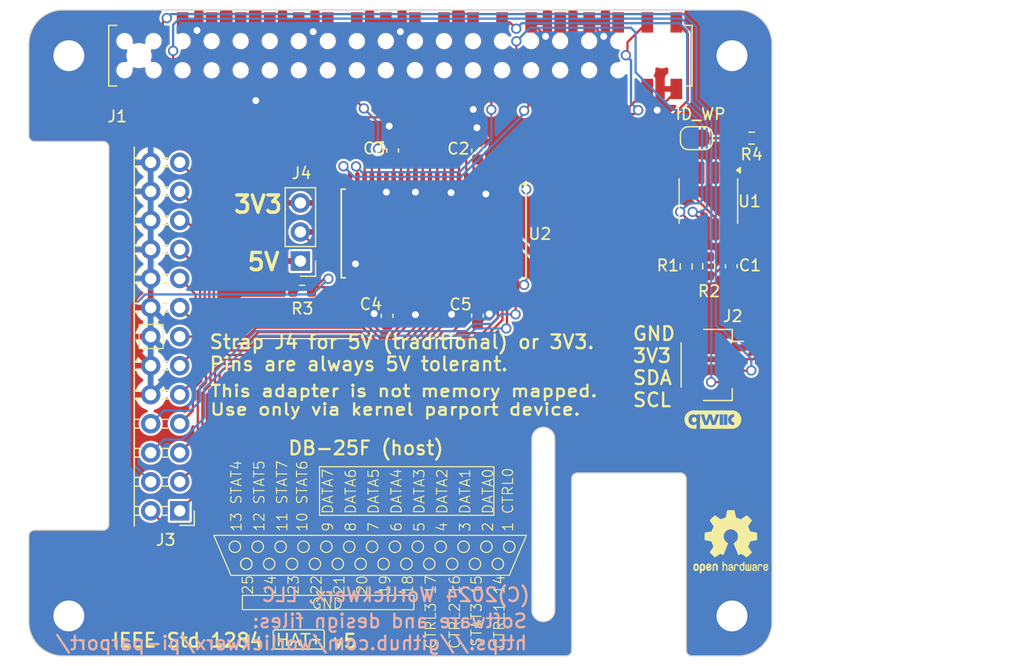
<source format=kicad_pcb>
(kicad_pcb (version 20240108) (generator "pcbnew") (generator_version "8.0")
  (title_block (title "IEEE Std. 1284 HAT+") (date "2024-08-25") (rev "v5") (company "WorlickWerx") (comment 1 "CERN-OHL-1.2"))
  (layers (0 "F.Cu" signal) (31 "B.Cu" signal) (34 "B.Paste" user) (35 "F.Paste" user) (36 "B.SilkS" user "B.Silkscreen") (37 "F.SilkS" user "F.Silkscreen") (38 "B.Mask" user) (39 "F.Mask" user) (44 "Edge.Cuts" user))
  (net 0 "")
  (net 1 "GND")
  (net 2 "/GPIO7")
  (net 3 "/GPIO10")
  (net 4 "/GPIO27")
  (net 5 "/GPIO22")
  (net 6 "/GPIO23")
  (net 7 "/GPIO24")
  (net 8 "/GPIO19")
  (net 9 "/GPIO18")
  (net 10 "/GPIO25")
  (net 11 "/GPIO13")
  (net 12 "/GPIO15{slash}RXD0")
  (net 13 "/GPIO11")
  (net 14 "/ID_SDA")
  (net 15 "/ID_SCL")
  (net 16 "/GPIO5")
  (net 17 "/GPIO6")
  (net 18 "/GPIO9")
  (net 19 "/GPIO21")
  (net 20 "/GPIO17{slash}RTS0")
  (net 21 "/GPIO3{slash}SCL")
  (net 22 "/GPIO26")
  (net 23 "/GPIO4")
  (net 24 "/GPIO8")
  (net 25 "+3V3")
  (net 26 "/GPIO2{slash}SDA")
  (net 27 "/GPIO20")
  (net 28 "/GPIO12{slash}PWM0")
  (net 29 "+5V")
  (net 30 "/GPIO16{slash}CTS0")
  (net 31 "/GPIO14{slash}TXD0")
  (net 32 "/DATA6")
  (net 33 "/DATA4")
  (net 34 "/CONTROL3")
  (net 35 "/STATUS5")
  (net 36 "/DATA1")
  (net 37 "/STATUS3")
  (net 38 "/STATUS6")
  (net 39 "/DATA2")
  (net 40 "/CONTROL1")
  (net 41 "/STATUS4")
  (net 42 "/DATA0")
  (net 43 "/CONTROL0")
  (net 44 "/STATUS7")
  (net 45 "/CONTROL2")
  (net 46 "/DATA7")
  (net 47 "/DATA3")
  (net 48 "/DATA5")
  (net 49 "Net-(JP1-A)")
  (net 53 "Net-(J4-Pin_2)")
  (net 56 "Net-(JP1-B)")
  (footprint "lib:Harwin_M20-7812045_2x20_P2.54mm_Vertical" (layer "F.Cu") (at 132.5 47.5 90)
    (property "Reference" "J1")
    (property "Value" "GPIO")
  )
  (footprint "Package_SO:SOIC-8_3.9x4.9mm_P1.27mm" (layer "F.Cu") (at 159.435 60.215 -90)
    (property "Reference" "U1")
    (property "Value" "CAT24C256" (hide yes))
  )
  (footprint "MountingHole:MountingHole_2.7mm_M2.5" (layer "F.Cu") (at 161.5 47.5)
    (property "Reference" "MH2" (hide yes))
    (property "Value" "MountingHole_2.7mm_M2.5" (hide yes))
  )
  (footprint "Resistor_SMD:R_0603_1608Metric" (layer "F.Cu") (at 163.215 54.71 180)
    (property "Reference" "R4")
    (property "Value" "1k")
  )
  (footprint "lib:DB25_header_2x13_P2.54mm_horizontal" (layer "F.Cu") (at 113.2 87.31 180)
    (property "Reference" "J3")
    (property "Value" "DB25 header")
  )
  (footprint "lib:parport_pinout" (layer "F.Cu") (at 116.177586 89.45)
    (property "Reference" "REF**" (hide yes))
    (property "Value" "parport_pinout" (hide yes))
  )
  (footprint "Connector_PinHeader_2.54mm:PinHeader_1x03_P2.54mm_Vertical" (layer "F.Cu") (at 123.75 65.46 180)
    (property "Reference" "J4")
    (property "Value" "V select" (hide yes))
  )
  (footprint "lib:qwiic_5mm" (layer "F.Cu") (at 159.83 79.32)
    (property "Reference" "G***" (hide yes))
    (property "Value" "LOGO" (hide yes))
  )
  (footprint "MountingHole:MountingHole_2.7mm_M2.5" (layer "F.Cu") (at 103.5 96.5)
    (property "Reference" "MH3" (hide yes))
    (property "Value" "MountingHole_2.7mm_M2.5" (hide yes))
  )
  (footprint "Capacitor_SMD:C_0603_1608Metric" (layer "F.Cu") (at 139.25 55.805 90)
    (property "Reference" "C2")
    (property "Value" "100n")
  )
  (footprint "MountingHole:MountingHole_2.7mm_M2.5" (layer "F.Cu") (at 103.5 47.5)
    (property "Reference" "MH1" (hide yes))
    (property "Value" "MountingHole_2.7mm_M2.5" (hide yes))
  )
  (footprint "Resistor_SMD:R_0603_1608Metric" (layer "F.Cu") (at 157.49 65.94 90)
    (property "Reference" "R1")
    (property "Value" "3.9k")
  )
  (footprint "Package_SO:SSOP-48_7.5x15.9mm_P0.635mm" (layer "F.Cu") (at 135.4025 63.05 -90)
    (property "Reference" "U2")
    (property "Value" "SN74LVC161284DLR")
  )
  (footprint "Capacitor_SMD:C_0603_1608Metric" (layer "F.Cu") (at 161.44 65.915 -90)
    (property "Reference" "C1")
    (property "Value" "100n")
  )
  (footprint "Symbol:OSHW-Logo2_7.3x6mm_SilkScreen" (layer "F.Cu") (at 161.4 90.01)
    (property "Reference" "REF**" (hide yes))
    (property "Value" "OSHW-Logo2_7.3x6mm_SilkScreen" (hide yes))
  )
  (footprint "MountingHole:MountingHole_2.7mm_M2.5" (layer "F.Cu") (at 161.5 96.5)
    (property "Reference" "MH4" (hide yes))
    (property "Value" "MountingHole_2.7mm_M2.5" (hide yes))
  )
  (footprint "Capacitor_SMD:C_0603_1608Metric" (layer "F.Cu") (at 139.24 70.235 -90)
    (property "Reference" "C5")
    (property "Value" "100n")
  )
  (footprint "Connector_JST:JST_SH_SM04B-SRSS-TB_1x04-1MP_P1.00mm_Horizontal" (layer "F.Cu") (at 159.735 74.55 -90)
    (property "Reference" "J2")
    (property "Value" "Qwiic" (hide yes))
  )
  (footprint "lib:HAT_plus_logo" (layer "F.Cu") (at 123.61 98.55)
    (property "Reference" "G***" (hide yes))
    (property "Value" "LOGO" (hide yes))
  )
  (footprint "Resistor_SMD:R_0603_1608Metric" (layer "F.Cu") (at 123.9 68.11)
    (property "Reference" "R3")
    (property "Value" "1.4k")
  )
  (footprint "Jumper:SolderJumper-2_P1.3mm_Open_RoundedPad1.0x1.5mm" (layer "F.Cu") (at 158.39 54.715)
    (property "Reference" "JP1" (hide yes))
    (property "Value" "ID_WP")
  )
  (footprint "Capacitor_SMD:C_0603_1608Metric" (layer "F.Cu") (at 131.82 55.79 90)
    (property "Reference" "C3")
    (property "Value" "100n")
  )
  (footprint "Resistor_SMD:R_0603_1608Metric" (layer "F.Cu") (at 159.465 65.915 90)
    (property "Reference" "R2")
    (property "Value" "3.9k" (hide yes))
  )
  (footprint "Capacitor_SMD:C_0603_1608Metric" (layer "F.Cu") (at 131.34 70.25 -90)
    (property "Reference" "C4")
    (property "Value" "100n")
  )
  (gr_line (start 162 43.5) (end 103 43.5) (stroke (width 0.1)) (layer "Edge.Cuts"))
  (gr_arc (start 158 100) (mid 157.646447 99.853553) (end 157.5 99.5) (stroke (width 0.1)) (layer "Edge.Cuts"))
  (gr_line (start 165 47) (end 165 46.5) (stroke (width 0.1)) (layer "Edge.Cuts"))
  (gr_arc (start 100.5 55) (mid 100.146447 54.853553) (end 100 54.5) (stroke (width 0.1)) (layer "Edge.Cuts"))
  (gr_arc (start 156.996447 84) (mid 157.349999 84.146447) (end 157.496447 84.5) (stroke (width 0.1)) (layer "Edge.Cuts"))
  (gr_line (start 165 97) (end 165 47) (stroke (width 0.1)) (layer "Edge.Cuts"))
  (gr_line (start 100 47) (end 100 54.5) (stroke (width 0.1)) (layer "Edge.Cuts"))
  (gr_arc (start 100 46.5) (mid 100.87868 44.37868) (end 103 43.5) (stroke (width 0.1)) (layer "Edge.Cuts"))
  (gr_line (start 100 47) (end 100 46.5) (stroke (width 0.1)) (layer "Edge.Cuts"))
  (gr_line (start 147.48 99.5) (end 147.48 84.5) (stroke (width 0.1)) (layer "Edge.Cuts"))
  (gr_arc (start 162 43.5) (mid 164.12132 44.37868) (end 165 46.5) (stroke (width 0.1)) (layer "Edge.Cuts"))
  (gr_line (start 147.979999 84) (end 156.996447 84) (stroke (width 0.1)) (layer "Edge.Cuts"))
  (gr_line (start 146 81) (end 146 96) (stroke (width 0.1)) (layer "Edge.Cuts"))
  (gr_line (start 144 96) (end 144 81) (stroke (width 0.1)) (layer "Edge.Cuts"))
  (gr_arc (start 147.48 99.5) (mid 147.334288 99.853249) (end 146.98147 100) (stroke (width 0.1)) (layer "Edge.Cuts"))
  (gr_arc (start 103 100) (mid 100.87868 99.12132) (end 100 97) (stroke (width 0.1)) (layer "Edge.Cuts"))
  (gr_line (start 106.5 89) (end 100.5 89) (stroke (width 0.1)) (layer "Edge.Cuts"))
  (gr_arc (start 147.479999 84.5) (mid 147.626446 84.146447) (end 147.979999 84) (stroke (width 0.1)) (layer "Edge.Cuts"))
  (gr_arc (start 144 81) (mid 145 80) (end 146 81) (stroke (width 0.1)) (layer "Edge.Cuts"))
  (gr_arc (start 100 89.5) (mid 100.146138 89.146755) (end 100.499127 89) (stroke (width 0.1)) (layer "Edge.Cuts"))
  (gr_line (start 146.98 100) (end 103 100) (stroke (width 0.1)) (layer "Edge.Cuts"))
  (gr_arc (start 165 97) (mid 164.12132 99.12132) (end 162 100) (stroke (width 0.1)) (layer "Edge.Cuts"))
  (gr_line (start 107 55.5) (end 107 88.5) (stroke (width 0.1)) (layer "Edge.Cuts"))
  (gr_arc (start 146 96) (mid 145 97) (end 144 96) (stroke (width 0.1)) (layer "Edge.Cuts"))
  (gr_line (start 158 100) (end 162 100) (stroke (width 0.1)) (layer "Edge.Cuts"))
  (gr_line (start 157.5 99.5) (end 157.5 84.5) (stroke (width 0.1)) (layer "Edge.Cuts"))
  (gr_line (start 100 89.5) (end 100 97) (stroke (width 0.1)) (layer "Edge.Cuts"))
  (gr_line (start 100.5 55) (end 106.5 55) (stroke (width 0.1)) (layer "Edge.Cuts"))
  (gr_arc (start 107 88.5) (mid 106.853553 88.853553) (end 106.5 89) (stroke (width 0.1)) (layer "Edge.Cuts"))
  (gr_arc (start 106.5 55) (mid 106.853553 55.146447) (end 107 55.5) (stroke (width 0.1)) (layer "Edge.Cuts"))
  (gr_text "Software and design files:\nhttps://github.com/worlickwerx/pi-parport/" (at 143.7 99.58 0) (layer "B.SilkS") (effects (font (size 1.2 1.2) (thickness 0.2) (bold yes)) (justify left bottom mirror)))
  (gr_text "(C)2024 WorlickWerx, LLC" (at 143.94 95.36 0) (layer "B.SilkS") (effects (font (size 1.2 1.2) (thickness 0.2) (bold yes)) (justify left bottom mirror)))
  (gr_text "v5" (at 126.48 99.42 0) (layer "F.SilkS") (effects (font (size 1.2 1.2) (thickness 0.2) (bold yes)) (justify left bottom)))
  (gr_text "IEEE Std 1284" (at 107.18 99.34 0) (layer "F.SilkS") (effects (font (size 1.2 1.2) (thickness 0.2) (bold yes)) (justify left bottom)))
  (gr_text "This adapter is not memory mapped.\nUse only via kernel parport device." (at 115.75 79.03 0) (layer "F.SilkS") (effects (font (size 1 1.2) (thickness 0.2) (bold yes)) (justify left bottom)))
  (gr_text "GND\n3V3\nSDA\nSCL" (at 152.72 78.31 0) (layer "F.SilkS") (effects (font (size 1.2 1.2) (thickness 0.2) (bold yes)) (justify left bottom)))
  (gr_text "Strap J4 for 5V (traditional) or 3V3.\nPins are always 5V tolerant." (at 115.7 75.17 0) (layer "F.SilkS") (effects (font (size 1.2 1.2) (thickness 0.2) (bold yes)) (justify left bottom)))
  (gr_text "5V" (at 118.98 66.41 0) (layer "F.SilkS") (effects (font (size 1.5 1.5) (thickness 0.3) (bold yes)) (justify left bottom)))
  (gr_text "3V3" (at 117.78 61.38 0) (layer "F.SilkS") (effects (font (size 1.5 1.5) (thickness 0.3) (bold yes)) (justify left bottom)))
  (gr_text "DB-25F (host)" (at 122.58 82.52 0) (layer "F.SilkS") (effects (font (size 1.2 1.2) (thickness 0.2) (bold yes)) (justify left bottom)))
  (segment (start 139.25 53.86) (end 139.19 53.8) (width 0.2) (layer "F.Cu") (net 1))
  (segment (start 136.99 70.11) (end 136.98 70.12) (width 0.2) (layer "F.Cu") (net 1))
  (segment (start 139.24 71.01) (end 139.346062 71.01) (width 0.2) (layer "F.Cu") (net 1))
  (segment (start 118.83 50.41) (end 119.85 51.43) (width 0.2) (layer "F.Cu") (net 1))
  (segment (start 133.815 59.432958) (end 133.814694 59.433264) (width 0.2) (layer "F.Cu") (net 1))
  (segment (start 139.06 50.43) (end 138.85 50.22) (width 0.2) (layer "F.Cu") (net 1))
  (segment (start 149.06 44.59) (end 150.28 45.81) (width 0.2) (layer "F.Cu") (net 1))
  (segment (start 139.53 58.35) (end 139.53 59.160002) (width 0.2) (layer "F.Cu") (net 1))
  (segment (start 123.61 44.76) (end 123.61 44.59) (width 0.2) (layer "F.Cu") (net 1))
  (segment (start 156.63 50.41) (end 156.63 50.595331) (width 0.2) (layer "F.Cu") (net 1))
  (segment (start 133.815 67.75) (end 133.815 70.145) (width 0.2) (layer "F.Cu") (net 1))
  (segment (start 131.82 55.015) (end 131.82 53.960661) (width 0.2) (layer "F.Cu") (net 1))
  (segment (start 156.63 50.595331) (end 154.96 52.265331) (width 0.2) (layer "F.Cu") (net 1))
  (segment (start 139.346062 71.01) (end 140.273248 70.082814) (width 0.2) (layer "F.Cu") (net 1))
  (segment (start 131.82 53.960661) (end 131.520748 53.661409) (width 0.2) (layer "F.Cu") (net 1))
  (segment (start 133.815 70.145) (end 133.81 70.15) (width 0.2) (layer "F.Cu") (net 1))
  (segment (start 110.66 74.61) (end 109.67 73.62) (width 0.5) (layer "F.Cu") (net 1))
  (segment (start 143.93 44.59) (end 143.98 44.59) (width 0.2) (layer "F.Cu") (net 1))
  (segment (start 138.85 52.18) (end 138.87 52.2) (width 0.2) (layer "F.Cu") (net 1))
  (segment (start 124.06 44.59) (end 124.87 45.4) (width 0.2) (layer "F.Cu") (net 1))
  (segment (start 131.23 44.59) (end 131.69 44.59) (width 0.2) (layer "F.Cu") (net 1))
  (segment (start 136.99 59.421581) (end 136.932273 59.479308) (width 0.2) (layer "F.Cu") (net 1))
  (segment (start 136.99 58.35) (end 136.99 59.421581) (width 0.2) (layer "F.Cu") (net 1))
  (segment (start 139.53 59.160002) (end 139.97 59.600002) (width 0.2) (layer "F.Cu") (net 1))
  (segment (start 131.275 59.432806) (end 131.27324 59.434566) (width 0.2) (layer "F.Cu") (net 1))
  (segment (start 143.98 44.59) (end 145.2 45.81) (width 0.2) (layer "F.Cu") (net 1))
  (segment (start 136.99 67.75) (end 136.99 70.11) (width 0.2) (layer "F.Cu") (net 1))
  (segment (start 109.67 73.62) (end 109.67 73.4) (width 0.5) (layer "F.Cu") (net 1))
  (segment (start 114.01 44.59) (end 114.71 45.29) (width 0.2) (layer "F.Cu") (net 1))
  (segment (start 131.34 71.025) (end 131.165661 71.025) (width 0.2) (layer "F.Cu") (net 1))
  (segment (start 131.165661 71.025) (end 130.203434 70.062773) (width 0.2) (layer "F.Cu") (net 1))
  (segment (start 118.53 50.41) (end 118.83 50.41) (width 0.2) (layer "F.Cu") (net 1))
  (segment (start 149.01 44.59) (end 149.06 44.59) (width 0.2) (layer "F.Cu") (net 1))
  (segment (start 113.45 44.59) (end 114.01 44.59) (width 0.2) (layer "F.Cu") (net 1))
  (segment (start 161.44 66.69) (end 162.64 67.89) (width 0.5) (layer "F.Cu") (net 1))
  (segment (start 131.69 44.59) (end 132.5 45.4) (width 0.2) (layer "F.Cu") (net 1))
  (segment (start 133.815 58.35) (end 133.815 59.432958) (width 0.2) (layer "F.Cu") (net 1))
  (segment (start 123.61 44.59) (end 124.06 44.59) (width 0.2) (layer "F.Cu") (net 1))
  (segment (start 131.275 58.35) (end 131.275 59.432806) (width 0.2) (layer "F.Cu") (net 1))
  (segment (start 139.25 55.03) (end 139.25 53.86) (width 0.2) (layer "F.Cu") (net 1))
  (segment (start 138.85 50.41) (end 138.85 52.18) (width 0.2) (layer "F.Cu") (net 1))
  (via (at 133.81 70.15) (size 0.9) (drill 0.6) (layers "F.Cu" "B.Cu") (net 1))
  (via (at 139.19 53.8) (size 0.9) (drill 0.6) (layers "F.Cu" "B.Cu") (net 1))
  (via (at 119.85 51.43) (size 0.9) (drill 0.6) (layers "F.Cu" "B.Cu") (net 1))
  (via (at 136.98 70.12) (size 0.9) (drill 0.6) (layers "F.Cu" "B.Cu") (net 1))
  (via (at 132.5 45.4) (size 0.9) (drill 0.6) (layers "F.Cu" "B.Cu") (net 1))
  (via (at 114.71 45.29) (size 0.9) (drill 0.6) (layers "F.Cu" "B.Cu") (net 1))
  (via (at 150.28 45.81) (size 0.9) (drill 0.6) (layers "F.Cu" "B.Cu") (net 1))
  (via (at 136.932273 59.479308) (size 0.9) (drill 0.6) (layers "F.Cu" "B.Cu") (net 1))
  (via (at 154.96 52.265331) (size 0.9) (drill 0.6) (layers "F.Cu" "B.Cu") (net 1))
  (via (at 130.203434 70.062773) (size 0.9) (drill 0.6) (layers "F.Cu" "B.Cu") (net 1))
  (via (at 131.27324 59.434566) (size 0.9) (drill 0.6) (layers "F.Cu" "B.Cu") (net 1))
  (via (at 133.814694 59.433264) (size 0.9) (drill 0.6) (layers "F.Cu" "B.Cu") (net 1))
  (via (at 128.575 65.71) (size 0.9) (drill 0.6) (layers "F.Cu" "B.Cu") (net 1))
  (via (at 139.97 59.600002) (size 0.9) (drill 0.6) (layers "F.Cu" "B.Cu") (net 1))
  (via (at 131.520748 53.661409) (size 0.9) (drill 0.6) (layers "F.Cu" "B.Cu") (net 1))
  (via (at 138.87 52.2) (size 0.9) (drill 0.6) (layers "F.Cu" "B.Cu") (net 1))
  (via (at 145.2 45.81) (size 0.9) (drill 0.6) (layers "F.Cu" "B.Cu") (net 1))
  (via (at 140.273248 70.082814) (size 0.9) (drill 0.6) (layers "F.Cu" "B.Cu") (net 1))
  (via (at 124.87 45.4) (size 0.9) (drill 0.6) (layers "F.Cu" "B.Cu") (net 1))
  (segment (start 111.77 70.64) (end 111.99 70.64) (width 0.5) (layer "B.Cu") (net 1))
  (segment (start 111.92 73.33) (end 112.09 73.33) (width 0.5) (layer "B.Cu") (net 1))
  (segment (start 110.66 69.53) (end 111.77 70.64) (width 0.5) (layer "B.Cu") (net 1))
  (segment (start 110.66 72.07) (end 111.92 73.33) (width 0.5) (layer "B.Cu") (net 1))
  (segment (start 110.66 77.15) (end 111.74 76.07) (width 0.5) (layer "B.Cu") (net 1))
  (segment (start 140.45 46.19) (end 140.45 52.22) (width 0.2) (layer "F.Cu") (net 2))
  (segment (start 138.85 44.78) (end 138.75 44.78) (width 0.5) (layer "F.Cu") (net 2))
  (segment (start 128.735 57.299227) (end 128.62 57.184227) (width 0.2) (layer "F.Cu") (net 2))
  (segment (start 128.735 58.35) (end 128.735 57.299227) (width 0.2) (layer "F.Cu") (net 2))
  (segment (start 138.85 44.59) (end 140.45 46.19) (width 0.2) (layer "F.Cu") (net 2))
  (segment (start 138.85 44.59) (end 138.85 45.1) (width 0.2) (layer "F.Cu") (net 2))
  (via (at 128.62 57.184227) (size 0.9) (drill 0.6) (layers "F.Cu" "B.Cu") (net 2))
  (via (at 140.45 52.22) (size 0.9) (drill 0.6) (layers "F.Cu" "B.Cu") (net 2))
  (segment (start 140.45 54.884314) (end 137.644314 57.69) (width 0.2) (layer "B.Cu") (net 2))
  (segment (start 129.125773 57.69) (end 128.62 57.184227) (width 0.2) (layer "B.Cu") (net 2))
  (segment (start 140.45 52.22) (end 140.45 54.884314) (width 0.2) (layer "B.Cu") (net 2))
  (segment (start 137.644314 57.69) (end 129.125773 57.69) (width 0.2) (layer "B.Cu") (net 2))
  (segment (start 133.531371 52.83) (end 131.23 50.528629) (width 0.2) (layer "F.Cu") (net 3))
  (segment (start 134.85 54.148628) (end 133.531371 52.83) (width 0.2) (layer "F.Cu") (net 3))
  (segment (start 134.85 54.148629) (end 134.85 54.148628) (width 0.2) (layer "F.Cu") (net 3))
  (segment (start 135.085 58.35) (end 135.085 54.383629) (width 0.2) (layer "F.Cu") (net 3))
  (segment (start 135.085 54.383629) (end 134.85 54.148629) (width 0.2) (layer "F.Cu") (net 3))
  (segment (start 131.23 50.22) (end 131.14 50.22) (width 0.5) (layer "F.Cu") (net 3))
  (segment (start 131.23 50.528629) (end 131.23 50.41) (width 0.2) (layer "F.Cu") (net 3))
  (segment (start 124.037806 50.41) (end 123.61 50.41) (width 0.2) (layer "F.Cu") (net 4))
  (segment (start 130.64 58.35) (end 130.64 57.012194) (width 0.2) (layer "F.Cu") (net 4))
  (segment (start 123.61 50.52) (end 123.61 50.41) (width 0.2) (layer "F.Cu") (net 4))
  (segment (start 123.61 50.22) (end 123.54 50.22) (width 0.5) (layer "F.Cu") (net 4))
  (segment (start 130.64 57.012194) (end 124.037806 50.41) (width 0.2) (layer "F.Cu") (net 4))
  (segment (start 126.15 50.41) (end 126.15 51.956508) (width 0.2) (layer "F.Cu") (net 5))
  (segment (start 132.545 58.35) (end 132.665 58.23) (width 0.2) (layer "F.Cu") (net 5))
  (segment (start 132.545 57.063696) (end 132.545 58.35) (width 0.2) (layer "F.Cu") (net 5))
  (segment (start 131.862157 52.892157) (end 132.78 53.81) (width 0.2) (layer "F.Cu") (net 5))
  (segment (start 127.085649 52.892157) (end 131.862157 52.892157) (width 0.2) (layer "F.Cu") (net 5))
  (segment (start 132.78 53.81) (end 132.78 56.828696) (width 0.2) (layer "F.Cu") (net 5))
  (segment (start 132.78 56.828696) (end 132.545 57.063696) (width 0.2) (layer "F.Cu") (net 5))
  (segment (start 126.18 50.44) (end 126.15 50.41) (width 0.2) (layer "F.Cu") (net 5))
  (segment (start 126.15 51.956508) (end 127.085649 52.892157) (width 0.2) (layer "F.Cu") (net 5))
  (segment (start 133.18 53.61) (end 132.062157 52.492157) (width 0.2) (layer "F.Cu") (net 6))
  (segment (start 127.41 46.79) (end 127.41 45.85) (width 0.2) (layer "F.Cu") (net 6))
  (segment (start 129.77 48.2) (end 128.97 47.4) (width 0.2) (layer "F.Cu") (net 6))
  (segment (start 126.24 44.59) (end 126.15 44.59) (width 0.2) (layer "F.Cu") (net 6))
  (segment (start 126.15 44.59) (end 126.25 44.59) (width 0.2) (layer "F.Cu") (net 6))
  (segment (start 129.77 51.515686) (end 129.77 48.2) (width 0.2) (layer "F.Cu") (net 6))
  (segment (start 128.02 47.4) (end 127.41 46.79) (width 0.2) (layer "F.Cu") (net 6))
  (segment (start 128.97 47.4) (end 128.02 47.4) (width 0.2) (layer "F.Cu") (net 6))
  (segment (start 132.062157 52.492157) (end 130.746471 52.492157) (width 0.2) (layer "F.Cu") (net 6))
  (segment (start 127.41 45.85) (end 126.15 44.59) (width 0.2) (layer "F.Cu") (net 6))
  (segment (start 133.18 58.35) (end 133.18 53.61) (width 0.2) (layer "F.Cu") (net 6))
  (segment (start 130.746471 52.492157) (end 129.77 51.515686) (width 0.2) (layer "F.Cu") (net 6))
  (segment (start 130.912157 52.092157) (end 130.17 51.35) (width 0.2) (layer "F.Cu") (net 7))
  (segment (start 134.45 58.35) (end 134.45 54.314314) (width 0.2) (layer "F.Cu") (net 7))
  (segment (start 130.17 51.35) (end 130.17 46.07) (width 0.2) (layer "F.Cu") (net 7))
  (segment (start 132.227843 52.092157) (end 130.912157 52.092157) (width 0.2) (layer "F.Cu") (net 7))
  (segment (start 128.69 45.08) (end 128.69 44.59) (width 0.2) (layer "F.Cu") (net 7))
  (segment (start 134.45 54.314314) (end 132.227843 52.092157) (width 0.2) (layer "F.Cu") (net 7))
  (segment (start 130.17 46.07) (end 128.69 44.59) (width 0.2) (layer "F.Cu") (net 7))
  (segment (start 141.435 57.480685) (end 147.115685 51.8) (width 0.2) (layer "F.Cu") (net 8))
  (segment (start 150.16 51.8) (end 151.55 50.41) (width 0.2) (layer "F.Cu") (net 8))
  (segment (start 147.115685 51.8) (end 150.16 51.8) (width 0.2) (layer "F.Cu") (net 8))
  (segment (start 141.435 58.35) (end 141.435 57.480685) (width 0.2) (layer "F.Cu") (net 8))
  (segment (start 122.31 45.83) (end 122.31 51.31) (width 0.2) (layer "F.Cu") (net 9))
  (segment (start 122.82 51.82) (end 123.09 51.82) (width 0.2) (layer "F.Cu") (net 9))
  (segment (start 122.31 51.31) (end 122.82 51.82) (width 0.2) (layer "F.Cu") (net 9))
  (segment (start 130.005 58.35) (end 130.005 56.94288) (width 0.2) (layer "F.Cu") (net 9))
  (segment (start 124.88212 51.82) (end 123.09 51.82) (width 0.2) (layer "F.Cu") (net 9))
  (segment (start 129.10106 56.03894) (end 125.05106 51.98894) (width 0.2) (layer "F.Cu") (net 9))
  (segment (start 130.005 56.94288) (end 129.10106 56.03894) (width 0.2) (layer "F.Cu") (net 9))
  (segment (start 125.05106 51.98894) (end 124.88212 51.82) (width 0.2) (layer "F.Cu") (net 9))
  (segment (start 121.07 44.59) (end 122.31 45.83) (width 0.2) (layer "F.Cu") (net 9))
  (segment (start 132.52 48.64) (end 134.58 46.58) (width 0.2) (layer "F.Cu") (net 10))
  (segment (start 132.658528 51.391472) (end 132.52 51.252944) (width 0.2) (layer "F.Cu") (net 10))
  (segment (start 135.72 54.452943) (end 132.658528 51.391472) (width 0.2) (layer "F.Cu") (net 10))
  (segment (start 134.58 46.58) (end 134.58 45.4) (width 0.2) (layer "F.Cu") (net 10))
  (segment (start 132.52 51.252944) (end 132.52 48.64) (width 0.2) (layer "F.Cu") (net 10))
  (segment (start 135.72 58.35) (end 135.72 54.452943) (width 0.2) (layer "F.Cu") (net 10))
  (segment (start 134.58 45.4) (end 133.77 44.59) (width 0.2) (layer "F.Cu") (net 10))
  (segment (start 145.42 52.364315) (end 145.42 48.66) (width 0.2) (layer "F.Cu") (net 11))
  (segment (start 148.1 49.5) (end 148.1 48.31) (width 0.2) (layer "F.Cu") (net 11))
  (segment (start 140.165 57.619315) (end 145.42 52.364315) (width 0.2) (layer "F.Cu") (net 11))
  (segment (start 147.72 47.93) (end 146.15 47.93) (width 0.2) (layer "F.Cu") (net 11))
  (segment (start 149.01 50.22) (end 149.17 50.22) (width 0.5) (layer "F.Cu") (net 11))
  (segment (start 145.42 48.66) (end 146.15 47.93) (width 0.2) (layer "F.Cu") (net 11))
  (segment (start 149.01 50.41) (end 148.1 49.5) (width 0.2) (layer "F.Cu") (net 11))
  (segment (start 140.165 58.35) (end 140.165 57.619315) (width 0.2) (layer "F.Cu") (net 11))
  (segment (start 148.1 48.31) (end 147.72 47.93) (width 0.2) (layer "F.Cu") (net 11))
  (segment (start 136.31 53.345887) (end 138.26 55.295887) (width 0.2) (layer "F.Cu") (net 13))
  (segment (start 138.26 55.295887) (end 138.26 58.35) (width 0.2) (layer "F.Cu") (net 13))
  (segment (start 136.31 50.320686) (end 136.31 50.22) (width 0.2) (layer "F.Cu") (net 13))
  (segment (start 136.31 50.41) (end 136.31 53.345887) (width 0.2) (layer "F.Cu") (net 13))
  (segment (start 157.53 65.075) (end 157.49 65.115) (width 0.2) (layer "F.Cu") (net 14))
  (segment (start 157.49 65.115) (end 157.49 64.994932) (width 0.2) (layer "F.Cu") (net 14))
  (segment (start 141.39 50.41) (end 142.641111 49.158889) (width 0.2) (layer "F.Cu") (net 14))
  (segment (start 142.641111 49.158889) (end 142.641111 46.239946) (width 0.2) (layer "F.Cu") (net 14))
  (segment (start 157.53 62.69) (end 157.53 65.075) (width 0.2) (layer "F.Cu") (net 14))
  (segment (start 157.53 61.725916) (end 156.964078 61.159994) (width 0.2) (layer "F.Cu") (net 14))
  (segment (start 157.53 62.69) (end 157.53 61.725916) (width 0.2) (layer "F.Cu") (net 14))
  (via (at 142.641111 46.239946) (size 0.9) (drill 0.6) (layers "F.Cu" "B.Cu") (net 14))
  (via (at 156.964078 61.159994) (size 0.9) (drill 0.6) (layers "F.Cu" "B.Cu") (net 14))
  (segment (start 142.641111 46.238889) (end 143.82 45.06) (width 0.2) (layer "B.Cu") (net 14))
  (segment (start 156.35 52.24) (end 157.624314 52.24) (width 0.2) (layer "B.Cu") (net 14))
  (segment (start 142.641111 46.239946) (end 142.641111 46.238889) (width 0.2) (layer "B.Cu") (net 14))
  (segment (start 143.82 45.06) (end 144.01 45.06) (width 0.2) (layer "B.Cu") (net 14))
  (segment (start 143.93 45.06) (end 152.66 45.06) (width 0.2) (layer "B.Cu") (net 14))
  (segment (start 158.621106 60.411106) (end 157.712966 60.411106) (width 0.2) (layer "B.Cu") (net 14))
  (segment (start 158.889669 60.142543) (end 158.621106 60.411106) (width 0.2) (layer "B.Cu") (net 14))
  (segment (start 158.889669 53.505355) (end 158.889669 60.142543) (width 0.2) (layer "B.Cu") (net 14))
  (segment (start 152.66 45.06) (end 153.07 45.47) (width 0.2) (layer "B.Cu") (net 14))
  (segment (start 153.07 45.47) (end 153.07 48.96) (width 0.2) (layer "B.Cu") (net 14))
  (segment (start 157.624314 52.24) (end 158.889669 53.505355) (width 0.2) (layer "B.Cu") (net 14))
  (segment (start 157.712966 60.411106) (end 156.964078 61.159994) (width 0.2) (layer "B.Cu") (net 14))
  (segment (start 153.07 48.96) (end 156.35 52.24) (width 0.2) (layer "B.Cu") (net 14))
  (segment (start 158.8 64.425) (end 159.465 65.09) (width 0.2) (layer "F.Cu") (net 15))
  (segment (start 159.465 65.09) (end 159.63 65.09) (width 0.2) (layer "F.Cu") (net 15))
  (segment (start 158.8 62.69) (end 158.8 64.425) (width 0.2) (layer "F.Cu") (net 15))
  (segment (start 158.8 62.69) (end 158.8 61.897026) (width 0.2) (layer "F.Cu") (net 15))
  (segment (start 141.39 44.59) (end 142.08 44.59) (width 0.2) (layer "F.Cu") (net 15))
  (segment (start 158.8 61.897026) (end 158.06408 61.161106) (width 0.2) (layer "F.Cu") (net 15))
  (segment (start 142.08 44.59) (end 142.63 45.14) (width 0.2) (layer "F.Cu") (net 15))
  (via (at 142.63 45.14) (size 0.9) (drill 0.6) (layers "F.Cu" "B.Cu") (net 15))
  (via (at 158.06408 61.161106) (size 0.9) (drill 0.6) (layers "F.Cu" "B.Cu") (net 15))
  (segment (start 159.289669 53.339669) (end 159.289669 60.730331) (width 0.2) (layer "B.Cu") (net 15))
  (segment (start 156.918628 44.66) (end 157.58 45.321372) (width 0.2) (layer "B.Cu") (net 15))
  (segment (start 159.289669 60.730331) (end 158.858894 61.161106) (width 0.2) (layer "B.Cu") (net 15))
  (segment (start 157.58 45.321372) (end 157.58 51.63) (width 0.2) (layer "B.Cu") (net 15))
  (segment (start 157.58 51.63) (end 159.289669 53.339669) (width 0.2) (layer "B.Cu") (net 15))
  (segment (start 158.858894 61.161106) (end 158.06408 61.161106) (width 0.2) (layer "B.Cu") (net 15))
  (segment (start 143.11 44.66) (end 156.918628 44.66) (width 0.2) (layer "B.Cu") (net 15))
  (segment (start 142.63 45.14) (end 143.11 44.66) (width 0.2) (layer "B.Cu") (net 15))
  (segment (start 128.1 57.746303) (end 127.520142 57.166445) (width 0.2) (layer "F.Cu") (net 16))
  (segment (start 128.1 58.35) (end 128.1 57.746303) (width 0.2) (layer "F.Cu") (net 16))
  (segment (start 143.93 50.22) (end 144.05 50.22) (width 0.5) (layer "F.Cu") (net 16))
  (segment (start 143.696826 51.933174) (end 143.32 52.31) (width 0.2) (layer "F.Cu") (net 16))
  (segment (start 143.696826 50.643174) (end 143.696826 51.933174) (width 0.2) (layer "F.Cu") (net 16))
  (segment (start 143.93 50.41) (end 143.696826 50.643174) (width 0.2) (layer "F.Cu") (net 16))
  (via (at 127.520142 57.166445) (size 0.9) (drill 0.6) (layers "F.Cu" "B.Cu") (net 16))
  (via (at 143.32 52.31) (size 0.9) (drill 0.6) (layers "F.Cu" "B.Cu") (net 16))
  (segment (start 143.1 52.53) (end 143.1 52.799999) (width 0.2) (layer "B.Cu") (net 16))
  (segment (start 128.443697 58.09) (end 128.66 58.09) (width 0.2) (layer "B.Cu") (net 16))
  (segment (start 127.520142 57.166445) (end 128.443697 58.09) (width 0.2) (layer "B.Cu") (net 16))
  (segment (start 143.32 52.31) (end 143.1 52.53) (width 0.2) (layer "B.Cu") (net 16))
  (segment (start 137.81 58.09) (end 128.66 58.09) (width 0.2) (layer "B.Cu") (net 16))
  (segment (start 143.1 52.799999) (end 137.809999 58.09) (width 0.2) (layer "B.Cu") (net 16))
  (segment (start 140.8 57.55) (end 146.47 51.88) (width 0.2) (layer "F.Cu") (net 17))
  (segment (start 140.8 58.35) (end 140.8 57.55) (width 0.2) (layer "F.Cu") (net 17))
  (segment (start 146.47 51.88) (end 146.47 50.41) (width 0.2) (layer "F.Cu") (net 17))
  (segment (start 133.77 50.320686) (end 133.77 50.22) (width 0.2) (layer "F.Cu") (net 18))
  (segment (start 133.766371 51.933629) (end 133.77 51.93) (width 0.2) (layer "F.Cu") (net 18))
  (segment (start 136.355 54.522258) (end 133.766371 51.933629) (width 0.2) (layer "F.Cu") (net 18))
  (segment (start 133.77 51.93) (end 133.77 50.41) (width 0.2) (layer "F.Cu") (net 18))
  (segment (start 136.355 58.35) (end 136.355 54.522258) (width 0.2) (layer "F.Cu") (net 18))
  (segment (start 143.32 67.55) (end 142.905 67.55) (width 0.2) (layer "F.Cu") (net 19))
  (segment (start 143.510412 59.186598) (end 143.205 58.881186) (width 0.2) (layer "F.Cu") (net 19))
  (segment (start 156.034669 53.015331) (end 157.64 51.41) (width 0.2) (layer "F.Cu") (net 19))
  (segment (start 143.205 58.881186) (end 143.205 57.407742) (width 0.2) (layer "F.Cu") (net 19))
  (segment (start 157.64 49.07) (end 157.64 51.41) (width 0.2) (layer "F.Cu") (net 19))
  (segment (start 142.905 67.55) (end 142.705 67.75) (width 0.2) (layer "F.Cu") (net 19))
  (segment (start 147.612742 53) (end 148.705685 53) (width 0.2) (layer "F.Cu") (net 19))
  (segment (start 156.63 44.59) (end 157.64 45.6) (width 0.2) (layer "F.Cu") (net 19))
  (segment (start 157.64 45.6) (end 157.64 49.07) (width 0.2) (layer "F.Cu") (net 19))
  (segment (start 143.205 57.407742) (end 147.612742 53) (width 0.2) (layer "F.Cu") (net 19))
  (segment (start 148.705685 53) (end 148.721016 53.015331) (width 0.2) (layer "F.Cu") (net 19))
  (segment (start 148.721016 53.015331) (end 156.034669 53.015331) (width 0.2) (layer "F.Cu") (net 19))
  (via (at 143.32 67.55) (size 0.9) (drill 0.6) (layers "F.Cu" "B.Cu") (net 19))
  (via (at 143.510412 59.186598) (size 0.9) (drill 0.6) (layers "F.Cu" "B.Cu") (net 19))
  (segment (start 143.510412 59.186598) (end 143.510412 67.359588) (width 0.2) (layer "B.Cu") (net 19))
  (segment (start 143.510412 67.359588) (end 143.32 67.55) (width 0.2) (layer "B.Cu") (net 19))
  (segment (start 112.62 49.58) (end 113.45 50.41) (width 0.2) (layer "F.Cu") (net 21))
  (segment (start 161.735 76.05) (end 159.67 76.05) (width 0.2) (layer "F.Cu") (net 21))
  (segment (start 112.62 47.08) (end 112.62 49.58) (width 0.2) (layer "F.Cu") (net 21))
  (via (at 159.67 76.05) (size 0.9) (drill 0.6) (layers "F.Cu" "B.Cu") (net 21))
  (via (at 112.62 47.08) (size 0.9) (drill 0.6) (layers "F.Cu" "B.Cu") (net 21))
  (segment (start 157.084314 44.26) (end 113.155686 44.26) (width 0.2) (layer "B.Cu") (net 21))
  (segment (start 112.62 44.795686) (end 112.62 47.08) (width 0.2) (layer "B.Cu") (net 21))
  (segment (start 159.69 76.03) (end 159.69 73.03) (width 0.2) (layer "B.Cu") (net 21))
  (segment (start 113.155686 44.26) (end 112.62 44.795686) (width 0.2) (layer "B.Cu") (net 21))
  (segment (start 159.689669 73.029669) (end 159.689669 53.173983) (width 0.2) (layer "B.Cu") (net 21))
  (segment (start 159.69 73.03) (end 159.689669 73.029669) (width 0.2) (layer "B.Cu") (net 21))
  (segment (start 157.98 45.155686) (end 157.084314 44.26) (width 0.2) (layer "B.Cu") (net 21))
  (segment (start 159.67 76.05) (end 159.69 76.03) (width 0.2) (layer "B.Cu") (net 21))
  (segment (start 157.98 51.464314) (end 157.98 45.155686) (width 0.2) (layer "B.Cu") (net 21))
  (segment (start 159.689669 53.173983) (end 157.98 51.464314) (width 0.2) (layer "B.Cu") (net 21))
  (segment (start 147.281371 52.2) (end 152.3 52.2) (width 0.2) (layer "F.Cu") (net 22))
  (segment (start 152.3 52.2) (end 154.09 50.41) (width 0.2) (layer "F.Cu") (net 22))
  (segment (start 142.07 58.35) (end 142.07 57.411371) (width 0.2) (layer "F.Cu") (net 22))
  (segment (start 142.050686 57.430685) (end 147.281371 52.2) (width 0.2) (layer "F.Cu") (net 22))
  (segment (start 129.37 56.873566) (end 124.716434 52.22) (width 0.2) (layer "F.Cu") (net 23))
  (segment (start 124.716434 52.22) (end 117.8 52.22) (width 0.2) (layer "F.Cu") (net 23))
  (segment (start 129.37 58.35) (end 129.37 56.873566) (width 0.2) (layer "F.Cu") (net 23))
  (segment (start 117.8 52.22) (end 115.99 50.41) (width 0.2) (layer "F.Cu") (net 23))
  (segment (start 136.049214 53.650787) (end 135.054214 52.655786) (width 0.2) (layer "F.Cu") (net 24))
  (segment (start 135.054214 52.655786) (end 135.054214 45.845786) (width 0.2) (layer "F.Cu") (net 24))
  (segment (start 135.054214 45.845786) (end 136.31 44.59) (width 0.2) (layer "F.Cu") (net 24))
  (segment (start 137.625 55.226573) (end 136.049214 53.650787) (width 0.2) (layer "F.Cu") (net 24))
  (segment (start 137.625 58.35) (end 137.625 55.226573) (width 0.2) (layer "F.Cu") (net 24))
  (segment (start 128.69 50.64) (end 128.69 50.22) (width 0.2) (layer "F.Cu") (net 25))
  (segment (start 161.34 62.69) (end 161.34 65.04) (width 0.2) (layer "F.Cu") (net 25))
  (segment (start 130.895 55.64) (end 131.82 56.565) (width 0.2) (layer "F.Cu") (net 25))
  (segment (start 108.37 50.41) (end 108.37 53.06) (width 0.5) (layer "F.Cu") (net 25))
  (segment (start 132.18 59.82) (end 132.18 59.4) (width 0.5) (layer "F.Cu") (net 25))
  (segment (start 117.42 55.92005) (end 117.42 59.28) (width 0.5) (layer "F.Cu") (net 25))
  (segment (start 132.02324 58.46324) (end 132.02324 59.24324) (width 0.2) (layer "F.Cu") (net 25))
  (segment (start 138.895 58.35) (end 138.895 56.935) (width 0.2) (layer "F.Cu") (net 25))
  (segment (start 131.62 60.38) (end 132.18 59.82) (width 0.5) (layer "F.Cu") (net 25))
  (segment (start 157.45 66.805) (end 157.49 66.765) (width 0.2) (layer "F.Cu") (net 25))
  (segment (start 139.5 60.37) (end 153.36 74.05) (width 0.5) (layer "F.Cu") (net 25))
  (segment (start 117.42 59.28) (end 118.52 60.38) (width 0.5) (layer "F.Cu") (net 25))
  (segment (start 161.765 74.02) (end 161.735 74.05) (width 0.2) (layer "F.Cu") (net 25))
  (segment (start 164.17 67.87) (end 164.17 73.25) (width 0.2) (layer "F.Cu") (net 25))
  (segment (start 157.49 66.765) (end 159.815 66.765) (width 0.2) (layer "F.Cu") (net 25))
  (segment (start 132.02324 59.24324) (end 132.18 59.4) (width 0.2) (layer "F.Cu") (net 25))
  (segment (start 131.91 58.35) (end 131.91 56.655) (width 0.2) (layer "F.Cu") (net 25))
  (segment (start 137.88 60.38) (end 137.89 60.37) (width 0.5) (layer "F.Cu") (net 25))
  (segment (start 115.20995 53.71) (end 117.42 55.92005) (width 0.5) (layer "F.Cu") (net 25))
  (segment (start 131.91 58.35) (end 132.02324 58.46324) (width 0.2) (layer "F.Cu") (net 25))
  (segment (start 108.37 53.06) (end 109.02 53.71) (width 0.5) (layer "F.Cu") (net 25))
  (segment (start 123.75 60.38) (end 131.05 60.38) (width 0.5) (layer "F.Cu") (net 25))
  (segment (start 161.44 65.14) (end 164.17 67.87) (width 0.2) (layer "F.Cu") (net 25))
  (segment (start 164.04 54.71) (end 164.04 59.99) (width 0.2) (layer "F.Cu") (net 25))
  (segment (start 137.89 60.37) (end 139.5 60.37) (width 0.5) (layer "F.Cu") (net 25))
  (segment (start 131.05 60.38) (end 131.62 60.38) (width 0.5) (layer "F.Cu") (net 25))
  (segment (start 138.895 56.935) (end 139.25 56.58) (width 0.2) (layer "F.Cu") (net 25))
  (segment (start 128.69 50.41) (end 128.69 51.496348) (width 0.2) (layer "F.Cu") (net 25))
  (segment (start 109.02 53.71) (end 115.20995 53.71) (width 0.5) (layer "F.Cu") (net 25))
  (segment (start 118.52 60.38) (end 123.75 60.38) (width 0.5) (layer "F.Cu") (net 25))
  (segment (start 164.04 59.99) (end 161.34 62.69) (width 0.2) (layer "F.Cu") (net 25))
  (segment (start 161.34 65.04) (end 161.44 65.14) (width 0.2) (layer "F.Cu") (net 25))
  (segment (start 163.37 74.05) (end 161.735 74.05) (width 0.2) (layer "F.Cu") (net 25))
  (segment (start 159.815 66.765) (end 161.44 65.14) (width 0.2) (layer "F.Cu") (net 25))
  (segment (start 128.69 51.496348) (end 129.306826 52.113174) (width 0.2) (layer "F.Cu") (net 25))
  (segment (start 131.91 56.655) (end 131.82 56.565) (width 0.2) (layer "F.Cu") (net 25))
  (segment (start 153.36 74.05) (end 161.735 74.05) (width 0.5) (layer "F.Cu") (net 25))
  (segment (start 138.895 58.35) (end 138.895 59.365) (width 0.2) (layer "F.Cu") (net 25))
  (segment (start 138.895 59.365) (end 138.85 59.41) (width 0.2) (layer "F.Cu") (net 25))
  (segment (start 131.62 60.38) (end 137.88 60.38) (width 0.5) (layer "F.Cu") (net 25))
  (segment (start 130.54 55.64) (end 130.895 55.64) (width 0.2) (layer "F.Cu") (net 25))
  (segment (start 164.17 73.25) (end 163.37 74.05) (width 0.2) (layer "F.Cu") (net 25))
  (segment (start 137.89 60.37) (end 138.85 59.41) (width 0.5) (layer "F.Cu") (net 25))
  (via (at 129.306826 52.113174) (size 0.9) (drill 0.6) (layers "F.Cu" "B.Cu") (net 25))
  (via (at 130.54 55.64) (size 0.9) (drill 0.6) (layers "F.Cu" "B.Cu") (net 25))
  (segment (start 130.54 53.346348) (end 130.54 55.64) (width 0.2) (layer "B.Cu") (net 25))
  (segment (start 129.306826 52.113174) (end 130.54 53.346348) (width 0.2) (layer "B.Cu") (net 25))
  (segment (start 111.72 44.559405) (end 111.72 49.26) (width 0.2) (layer "F.Cu") (net 26))
  (segment (start 111.73 49.27) (end 110.91 50.09) (width 0.2) (layer "F.Cu") (net 26))
  (segment (start 161.735 75.05) (end 163.17 75.05) (width 0.2) (layer "F.Cu") (net 26))
  (segment (start 111.72 49.26) (end 111.73 49.27) (width 0.2) (layer "F.Cu") (net 26))
  (segment (start 110.9 50.23) (end 110.91 50.22) (width 0.5) (layer "F.Cu") (net 26))
  (segment (start 110.91 50.09) (end 110.91 50.41) (width 0.2) (layer "F.Cu") (net 26))
  (segment (start 163.17 75.05) (end 163.19 75.03) (width 0.2) (layer "F.Cu") (net 26))
  (segment (start 112.070002 44.209403) (end 111.72 44.559405) (width 0.2) (layer "F.Cu") (net 26))
  (via (at 112.070002 44.209403) (size 0.9) (drill 0.6) (layers "F.Cu" "B.Cu") (net 26))
  (via (at 163.19 75.03) (size 0.9) (drill 0.6) (layers "F.Cu" "B.Cu") (net 26))
  (segment (start 112.419405 43.86) (end 112.070002 44.209403) (width 0.2) (layer "B.Cu") (net 26))
  (segment (start 163.19 75.03) (end 163.19 74.03) (width 0.2) (layer "B.Cu") (net 26))
  (segment (start 160.089669 53.008297) (end 158.38 51.298628) (width 0.2) (layer "B.Cu") (net 26))
  (segment (start 112.990001 43.86) (end 113.04 43.86) (width 0.2) (layer "B.Cu") (net 26))
  (segment (start 112.990001 43.86) (end 112.419405 43.86) (width 0.2) (layer "B.Cu") (net 26))
  (segment (start 160.44 71.460331) (end 160.089669 71.11) (width 0.2) (layer "B.Cu") (net 26))
  (segment (start 158.38 44.99) (end 157.25 43.86) (width 0.2) (layer "B.Cu") (net 26))
  (segment (start 158.38 51.298628) (end 158.38 44.99) (width 0.2) (layer "B.Cu") (net 26))
  (segment (start 160.089669 71.11) (end 160.089669 53.008297) (width 0.2) (layer "B.Cu") (net 26))
  (segment (start 163.2 74.02) (end 160.640331 71.460331) (width 0.2) (layer "B.Cu") (net 26))
  (segment (start 163.19 74.03) (end 163.2 74.02) (width 0.2) (layer "B.Cu") (net 26))
  (segment (start 157.25 43.86) (end 113.04 43.86) (width 0.2) (layer "B.Cu") (net 26))
  (segment (start 160.640331 71.460331) (end 160.44 71.460331) (width 0.2) (layer "B.Cu") (net 26))
  (segment (start 152.36 47.32) (end 152.36 46.32) (width 0.2) (layer "F.Cu") (net 27))
  (segment (start 142.705 57.342056) (end 142.705 58.35) (width 0.2) (layer "F.Cu") (net 27))
  (segment (start 144.05 55.997056) (end 142.705 57.342056) (width 0.2) (layer "F.Cu") (net 27))
  (segment (start 152.960662 52.6) (end 153.295331 52.265331) (width 0.2) (layer "F.Cu") (net 27))
  (segment (start 148.54 52.6) (end 152.960662 52.6) (width 0.2) (layer "F.Cu") (net 27))
  (segment (start 152.36 46.32) (end 154.09 44.59) (width 0.2) (layer "F.Cu") (net 27))
  (segment (start 152.22 47.46) (end 152.36 47.32) (width 0.2) (layer "F.Cu") (net 27))
  (segment (start 144.05 55.997056) (end 147.447056 52.6) (width 0.2) (layer "F.Cu") (net 27))
  (segment (start 147.447056 52.6) (end 148.54 52.6) (width 0.2) (layer "F.Cu") (net 27))
  (via (at 152.22 47.46) (size 0.9) (drill 0.6) (layers "F.Cu" "B.Cu") (net 27))
  (via (at 153.295331 52.265331) (size 0.9) (drill 0.6) (layers "F.Cu" "B.Cu") (net 27))
  (segment (start 152.67 51.64) (end 152.67 48.02) (width 0.2) (layer "B.Cu") (net 27))
  (segment (start 152.67 48.02) (end 152.67 47.91) (width 0.2) (layer "B.Cu") (net 27))
  (segment (start 153.295331 52.265331) (end 152.67 51.64) (width 0.2) (layer "B.Cu") (net 27))
  (segment (start 152.67 47.91) (end 152.22 47.46) (width 0.2) (layer "B.Cu") (net 27))
  (segment (start 108.73005 54.41) (end 107.17 52.84995) (width 0.5) (layer "F.Cu") (net 29))
  (segment (start 123.75 65.46) (end 118.06 65.46) (width 0.5) (layer "F.Cu") (net 29))
  (segment (start 107.17 45.79) (end 108.37 44.59) (width 0.5) (layer "F.Cu") (net 29))
  (segment (start 116.71 64.11) (end 116.71 56.2) (width 0.5) (layer "F.Cu") (net 29))
  (segment (start 118.06 65.46) (end 116.71 64.11) (width 0.5) (layer "F.Cu") (net 29))
  (segment (start 110.91 44.59) (end 108.37 44.59) (width 0.5) (layer "F.Cu") (net 29))
  (segment (start 116.71 56.2) (end 114.92 54.41) (width 0.5) (layer "F.Cu") (net 29))
  (segment (start 107.17 52.84995) (end 107.17 45.79) (width 0.5) (layer "F.Cu") (net 29))
  (segment (start 114.92 54.41) (end 108.73005 54.41) (width 0.5) (layer "F.Cu") (net 29))
  (segment (start 151.55 44.78) (end 151.55 44.985) (width 0.2) (layer "F.Cu") (net 30))
  (segment (start 130.689314 72.175) (end 129.399314 70.885) (width 0.2) (layer "F.Cu") (net 32))
  (segment (start 119.699314 70.885) (end 118.914314 71.67) (width 0.2) (layer "F.Cu") (net 32))
  (segment (start 132.945 71.209382) (end 131.979382 72.175) (width 0.2) (layer "F.Cu") (net 32))
  (segment (start 133.18 67.75) (end 133.18 68.88) (width 0.2) (layer "F.Cu") (net 32))
  (segment (start 115.34 71.67) (end 113.2 69.53) (width 0.2) (layer "F.Cu") (net 32))
  (segment (start 129.399314 70.885) (end 119.699314 70.885) (width 0.2) (layer "F.Cu") (net 32))
  (segment (start 118.914314 71.67) (end 115.34 71.67) (width 0.2) (layer "F.Cu") (net 32))
  (segment (start 132.945 69.115) (end 132.945 71.209382) (width 0.2) (layer "F.Cu") (net 32))
  (segment (start 133.18 68.88) (end 132.945 69.115) (width 0.2) (layer "F.Cu") (net 32))
  (segment (start 131.979382 72.175) (end 130.689314 72.175) (width 0.2) (layer "F.Cu") (net 32))
  (segment (start 120.073628 71.685) (end 119.278628 72.48) (width 0.2) (layer "F.Cu") (net 33))
  (segment (start 135.085 67.75) (end 135.085 70.501347) (width 0.2) (layer "F.Cu") (net 33))
  (segment (start 115.33 72.48) (end 113.2 74.61) (width 0.2) (layer "F.Cu") (net 33))
  (segment (start 129.015 71.685) (end 120.073628 71.685) (width 0.2) (layer "F.Cu") (net 33))
  (segment (start 132.611347 72.975) (end 130.305 72.975) (width 0.2) (layer "F.Cu") (net 33))
  (segment (start 130.305 72.975) (end 129.015 71.685) (width 0.2) (layer "F.Cu") (net 33))
  (segment (start 119.278628 72.48) (end 115.33 72.48) (width 0.2) (layer "F.Cu") (net 33))
  (segment (start 135.085 70.501347) (end 132.611347 72.975) (width 0.2) (layer "F.Cu") (net 33))
  (segment (start 142.07 68.705389) (end 142.573248 69.208637) (width 0.2) (layer "F.Cu") (net 34))
  (segment (start 142.573248 69.208637) (end 142.573248 70.12) (width 0.2) (layer "F.Cu") (net 34))
  (segment (start 142.07 67.75) (end 142.07 68.705389) (width 0.2) (layer "F.Cu") (net 34))
  (via (at 142.573248 70.12) (size 0.9) (drill 0.6) (layers "F.Cu" "B.Cu") (net 34))
  (segment (start 114.95 76.46066) (end 114.95 77.74) (width 0.2) (layer "B.Cu") (net 34))
  (segment (start 119.82066 71.59) (end 114.95 76.46066) (width 0.2) (layer "B.Cu") (net 34))
  (segment (start 141.296723 70.12) (end 140.456723 70.96) (width 0.2) (layer "B.Cu") (net 34))
  (segment (start 142.573248 70.12) (end 141.296723 70.12) (width 0.2) (layer "B.Cu") (net 34))
  (segment (start 111.81 78.54) (end 110.66 79.69) (width 0.2) (layer "B.Cu") (net 34))
  (segment (start 114.95 77.74) (end 114.15 78.54) (width 0.2) (layer "B.Cu") (net 34))
  (segment (start 138.271737 71.59) (end 119.82066 71.59) (width 0.2) (layer "B.Cu") (net 34))
  (segment (start 138.901737 70.96) (end 138.271737 71.59) (width 0.2) (layer "B.Cu") (net 34))
  (segment (start 140.456723 70.96) (end 138.901737 70.96) (width 0.2) (layer "B.Cu") (net 34))
  (segment (start 114.15 78.54) (end 111.81 78.54) (width 0.2) (layer "B.Cu") (net 34))
  (segment (start 129.37 67.75) (end 129.37 68.515) (width 0.2) (layer "F.Cu") (net 35))
  (segment (start 115.782843 65.901471) (end 115.055686 65.174314) (width 0.2) (layer "F.Cu") (net 35))
  (segment (start 115.04 61.21) (end 113.2 59.37) (width 0.2) (layer "F.Cu") (net 35))
  (segment (start 118.104314 70.07) (end 116.1 70.07) (width 0.2) (layer "F.Cu") (net 35))
  (segment (start 128.6 69.285) (end 118.889314 69.285) (width 0.2) (layer "F.Cu") (net 35))
  (segment (start 115.04 62.664315) (end 115.04 61.21) (width 0.2) (layer "F.Cu") (net 35))
  (segment (start 115.055686 62.680001) (end 115.04 62.664315) (width 0.2) (layer "F.Cu") (net 35))
  (segment (start 129.37 68.515) (end 128.6 69.285) (width 0.2) (layer "F.Cu") (net 35))
  (segment (start 118.889314 69.285) (end 118.104314 70.07) (width 0.2) (layer "F.Cu") (net 35))
  (segment (start 115.782843 69.752843) (end 115.782843 65.901471) (width 0.2) (layer "F.Cu") (net 35))
  (segment (start 115.055686 65.174314) (end 115.055686 62.680001) (width 0.2) (layer "F.Cu") (net 35))
  (segment (start 116.1 70.07) (end 115.782843 69.752843) (width 0.2) (layer "F.Cu") (net 35))
  (segment (start 137.625 67.75) (end 137.73 67.855) (width 0.2) (layer "F.Cu") (net 36))
  (segment (start 114.777843 80.652157) (end 113.2 82.23) (width 0.2) (layer "F.Cu") (net 36))
  (segment (start 120.570686 72.885) (end 119.775686 73.68) (width 0.2) (layer "F.Cu") (net 36))
  (segment (start 128.513629 72.885) (end 120.570686 72.885) (width 0.2) (layer "F.Cu") (net 36))
  (segment (start 136.963958 71.196703) (end 137.73 70.430661) (width 0.2) (layer "F.Cu") (net 36))
  (segment (start 115.490686 76.115) (end 114.777843 76.827843) (width 0.2) (layer "F.Cu") (net 36))
  (segment (start 116.150686 73.68) (end 115.490686 74.34) (width 0.2) (layer "F.Cu") (net 36))
  (segment (start 137.73 67.855) (end 137.73 70.430661) (width 0.2) (layer "F.Cu") (net 36))
  (segment (start 129.803629 74.175) (end 128.513629 72.885) (width 0.2) (layer "F.Cu") (net 36))
  (segment (start 136.086702 71.196703) (end 133.108405 74.175) (width 0.2) (layer "F.Cu") (net 36))
  (segment (start 133.108405 74.175) (end 129.803629 74.175) (width 0.2) (layer "F.Cu") (net 36))
  (segment (start 115.490686 74.34) (end 115.490686 76.115) (width 0.2) (layer "F.Cu") (net 36))
  (segment (start 114.777843 76.827843) (end 114.777843 80.652157) (width 0.2) (layer "F.Cu") (net 36))
  (segment (start 119.775686 73.68) (end 116.150686 73.68) (width 0.2) (layer "F.Cu") (net 36))
  (segment (start 136.086702 71.196703) (end 136.963958 71.196703) (width 0.2) (layer "F.Cu") (net 36))
  (segment (start 126.2 67.01) (end 125.825 67.01) (width 0.2) (layer "F.Cu") (net 37))
  (segment (start 125.085 67.75) (end 124.725 68.11) (width 0.2) (layer "F.Cu") (net 37))
  (segment (start 125.825 67.01) (end 124.725 68.11) (width 0.2) (layer "F.Cu") (net 37))
  (segment (start 128.1 67.75) (end 125.085 67.75) (width 0.2) (layer "F.Cu") (net 37))
  (via (at 126.2 67.01) (size 0.9) (drill 0.6) (layers "F.Cu" "B.Cu") (net 37))
  (segment (start 109.21 69.353654) (end 110.183654 68.38) (width 0.2) (layer "B.Cu") (net 37))
  (segment (start 110.66 84.77) (end 109.21 83.32) (width 0.2) (layer "B.Cu") (net 37))
  (segment (start 110.183654 68.38) (end 124.83 68.38) (width 0.2) (layer "B.Cu") (net 37))
  (segment (start 109.21 73.04) (end 109.21 69.353654) (width 0.2) (layer "B.Cu") (net 37))
  (segment (start 124.83 68.38) (end 126.2 67.01) (width 0.2) (layer "B.Cu") (net 37))
  (segment (start 109.21 83.32) (end 109.21 73.04) (width 0.2) (layer "B.Cu") (net 37))
  (segment (start 119.275 70.085) (end 118.49 70.87) (width 0.2) (layer "F.Cu") (net 38))
  (segment (start 114.982843 70.181471) (end 114.982843 66.232843) (width 0.2) (layer "F.Cu") (net 38))
  (segment (start 129.105 70.085) (end 119.275 70.085) (width 0.2) (layer "F.Cu") (net 38))
  (segment (start 130.64 68.55) (end 129.105 70.085) (width 0.2) (layer "F.Cu") (net 38))
  (segment (start 130.64 67.75) (end 130.64 68.55) (width 0.2) (layer "F.Cu") (net 38))
  (segment (start 114.982843 66.232843) (end 113.2 64.45) (width 0.2) (layer "F.Cu") (net 38))
  (segment (start 115.671372 70.87) (end 114.982843 70.181471) (width 0.2) (layer "F.Cu") (net 38))
  (segment (start 118.49 70.87) (end 115.671372 70.87) (width 0.2) (layer "F.Cu") (net 38))
  (segment (start 128.679314 72.485) (end 120.405 72.485) (width 0.2) (layer "F.Cu") (net 39))
  (segment (start 120.405 72.485) (end 119.61 73.28) (width 0.2) (layer "F.Cu") (net 39))
  (segment (start 119.61 73.28) (end 115.661372 73.28) (width 0.2) (layer "F.Cu") (net 39))
  (segment (start 114.35 78.54) (end 113.2 79.69) (width 0.2) (layer "F.Cu") (net 39))
  (segment (start 115.661372 73.28) (end 115.090686 73.850686) (width 0.2) (layer "F.Cu") (net 39))
  (segment (start 129.969314 73.775) (end 128.679314 72.485) (width 0.2) (layer "F.Cu") (net 39))
  (segment (start 115.090686 75.949314) (end 114.35 76.69) (width 0.2) (layer "F.Cu") (net 39))
  (segment (start 136.355 69.145) (end 136.12 69.38) (width 0.2) (layer "F.Cu") (net 39))
  (segment (start 136.12 69.38) (end 136.12 70.597719) (width 0.2) (layer "F.Cu") (net 39))
  (segment (start 114.35 76.69) (end 114.35 78.54) (width 0.2) (layer "F.Cu") (net 39))
  (segment (start 132.942719 73.775) (end 129.969314 73.775) (width 0.2) (layer "F.Cu") (net 39))
  (segment (start 136.12 70.597719) (end 132.942719 73.775) (width 0.2) (layer "F.Cu") (net 39))
  (segment (start 136.355 67.75) (end 136.355 69.145) (width 0.2) (layer "F.Cu") (net 39))
  (segment (start 115.090686 73.850686) (end 115.090686 75.949314) (width 0.2) (layer "F.Cu") (net 39))
  (segment (start 140.8 68.566761) (end 141.423248 69.190009) (width 0.2) (layer "F.Cu") (net 40))
  (segment (start 141.423248 69.190009) (end 141.423248 70.616133) (width 0.2) (layer "F.Cu") (net 40))
  (segment (start 141.423248 70.616133) (end 139.879381 72.16) (width 0.2) (layer "F.Cu") (net 40))
  (segment (start 114.35 88.46) (end 111.81 88.46) (width 0.2) (layer "F.Cu") (net 40))
  (segment (start 116.690686 76.612058) (end 115.977843 77.324901) (width 0.2) (layer "F.Cu") (net 40))
  (segment (start 129.077258 75.145685) (end 128.016573 74.085) (width 0.2) (layer "F.Cu") (net 40))
  (segment (start 139.879381 72.16) (end 137.96 72.16) (width 0.2) (layer "F.Cu") (net 40))
  (segment (start 120.495 74.88) (end 117.040686 74.88) (width 0.2) (layer "F.Cu") (net 40))
  (segment (start 129.311572 75.38) (end 129.077258 75.145685) (width 0.2) (layer "F.Cu") (net 40))
  (segment (start 140.8 67.75) (end 140.8 68.566761) (width 0.2) (layer "F.Cu") (net 40))
  (segment (start 116.690686 75.23) (end 116.690686 76.612058) (width 0.2) (layer "F.Cu") (net 40))
  (segment (start 136.58376 72.396703) (end 133.600463 75.38) (width 0.2) (layer "F.Cu") (net 40))
  (segment (start 137.723297 72.396703) (end 136.58376 72.396703) (width 0.2) (layer "F.Cu") (net 40))
  (segment (start 111.81 88.46) (end 110.66 87.31) (width 0.2) (layer "F.Cu") (net 40))
  (segment (start 117.040686 74.88) (end 116.690686 75.23) (width 0.2) (layer "F.Cu") (net 40))
  (segment (start 115.977843 77.324901) (end 115.977843 86.832157) (width 0.2) (layer "F.Cu") (net 40))
  (segment (start 133.600463 75.38) (end 129.311572 75.38) (width 0.2) (layer "F.Cu") (net 40))
  (segment (start 128.016573 74.085) (end 121.29 74.085) (width 0.2) (layer "F.Cu") (net 40))
  (segment (start 115.977843 86.832157) (end 114.35 88.46) (width 0.2) (layer "F.Cu") (net 40))
  (segment (start 121.29 74.085) (end 120.495 74.88) (width 0.2) (layer "F.Cu") (net 40))
  (segment (start 137.96 72.16) (end 137.723297 72.396703) (width 0.2) (layer "F.Cu") (net 40))
  (segment (start 117.938628 69.67) (end 118.723628 68.885) (width 0.2) (layer "F.Cu") (net 41))
  (segment (start 128.4 68.885) (end 128.735 68.55) (width 0.2) (layer "F.Cu") (net 41))
  (segment (start 116.182843 65.722843) (end 116.182843 69.382843) (width 0.2) (layer "F.Cu") (net 41))
  (segment (start 116.182843 69.382843) (end 116.47 69.67) (width 0.2) (layer "F.Cu") (net 41))
  (segment (start 118.723628 68.885) (end 128.4 68.885) (width 0.2) (layer "F.Cu") (net 41))
  (segment (start 115.455686 64.995686) (end 116.182843 65.722843) (width 0.2) (layer "F.Cu") (net 41))
  (segment (start 128.735 68.55) (end 128.735 67.75) (width 0.2) (layer "F.Cu") (net 41))
  (segment (start 113.2 56.83) (end 115.455686 59.085686) (width 0.2) (layer "F.Cu") (net 41))
  (segment (start 116.47 69.67) (end 117.938628 69.67) (width 0.2) (layer "F.Cu") (net 41))
  (segment (start 115.455686 59.085686) (end 115.455686 64.995686) (width 0.2) (layer "F.Cu") (net 41))
  (segment (start 128.347944 73.285) (end 120.736372 73.285) (width 0.2) (layer "F.Cu") (net 42))
  (segment (start 115.177843 82.792157) (end 113.2 84.77) (width 0.2) (layer "F.Cu") (net 42))
  (segment (start 129.642944 74.58) (end 129.637944 74.575) (width 0.2) (layer "F.Cu") (net 42))
  (segment (start 129.637943 74.575) (end 129.403629 74.340685) (width 0.2) (layer "F.Cu") (net 42))
  (segment (start 115.890686 74.505686) (end 115.890686 76.280686) (width 0.2) (layer "F.Cu") (net 42))
  (segment (start 138.26 67.75) (end 138.26 70.466347) (width 0.2) (layer "F.Cu") (net 42))
  (segment (start 129.637944 74.575) (end 129.637943 74.575) (width 0.2) (layer "F.Cu") (net 42))
  (segment (start 115.177843 76.993529) (end 115.177843 82.792157) (width 0.2) (layer "F.Cu") (net 42))
  (segment (start 137.129644 71.596703) (end 136.252388 71.596703) (width 0.2) (layer "F.Cu") (net 42))
  (segment (start 116.316372 74.08) (end 115.890686 74.505686) (width 0.2) (layer "F.Cu") (net 42))
  (segment (start 138.26 70.466347) (end 137.129644 71.596703) (width 0.2) (layer "F.Cu") (net 42))
  (segment (start 133.269091 74.58) (end 129.642944 74.58) (width 0.2) (layer "F.Cu") (net 42))
  (segment (start 115.890686 76.280686) (end 115.177843 76.993529) (width 0.2) (layer "F.Cu") (net 42))
  (segment (start 120.736372 73.285) (end 119.941372 74.08) (width 0.2) (layer "F.Cu") (net 42))
  (segment (start 136.252388 71.596703) (end 133.269091 74.58) (width 0.2) (layer "F.Cu") (net 42))
  (segment (start 119.941372 74.08) (end 116.316372 74.08) (width 0.2) (layer "F.Cu") (net 42))
  (segment (start 129.403629 74.340685) (end 128.347944 73.285) (width 0.2) (layer "F.Cu") (net 42))
  (segment (start 116.290686 74.9) (end 116.710686 74.48) (width 0.2) (layer "F.Cu") (net 43))
  (segment (start 140.165 68.636075) (end 141.023248 69.494323) (width 0.2) (layer "F.Cu") (net 43))
  (segment (start 139.713696 71.76) (end 137.532033 71.76) (width 0.2) (layer "F.Cu") (net 43))
  (segment (start 115.577843 77.159215) (end 116.033529 76.703529) (width 0.2) (layer "F.Cu") (net 43))
  (segment (start 116.033529 76.703529) (end 116.290686 76.446372) (width 0.2) (layer "F.Cu") (net 43))
  (segment (start 128.182258 73.685) (end 120.902058 73.685) (width 0.2) (layer "F.Cu") (net 43))
  (segment (start 116.710686 74.48) (end 118.83 74.48) (width 0.2) (layer "F.Cu") (net 43))
  (segment (start 133.434777 74.98) (end 129.477258 74.98) (width 0.2) (layer "F.Cu") (net 43))
  (segment (start 137.29533 71.996703) (end 136.418074 71.996703) (width 0.2) (layer "F.Cu") (net 43))
  (segment (start 118.83 74.48) (end 120.05 74.48) (width 0.2) (layer "F.Cu") (net 43))
  (segment (start 115.577843 84.932157) (end 115.577843 79.89) (width 0.2) (layer "F.Cu") (net 43))
  (segment (start 120.902058 73.685) (end 120.107058 74.48) (width 0.2) (layer "F.Cu") (net 43))
  (segment (start 136.418074 71.996703) (end 133.434777 74.98) (width 0.2) (layer "F.Cu") (net 43))
  (segment (start 115.577843 79.89) (end 115.577843 77.159215) (width 0.2) (layer "F.Cu") (net 43))
  (segment (start 116.290686 76.446372) (end 116.290686 74.9) (width 0.2) (layer "F.Cu") (net 43))
  (segment (start 129.477258 74.98) (end 128.182258 73.685) (width 0.2) (layer "F.Cu") (net 43))
  (segment (start 137.532033 71.76) (end 137.29533 71.996703) (width 0.2) (layer "F.Cu") (net 43))
  (segment (start 113.2 87.31) (end 115.577843 84.932157) (width 0.2) (layer "F.Cu") (net 43))
  (segment (start 140.165 67.75) (end 140.165 68.636075) (width 0.2) (layer "F.Cu") (net 43))
  (segment (start 141.023248 69.494323) (end 141.023248 70.450448) (width 0.2) (layer "F.Cu") (net 43))
  (segment (start 141.023248 70.450448) (end 139.713696 71.76) (width 0.2) (layer "F.Cu") (net 43))
  (segment (start 114.64 62.83) (end 114.64 65.324314) (width 0.2) (layer "F.Cu") (net 44))
  (segment (start 128.87 69.685) (end 130.005 68.55) (width 0.2) (layer "F.Cu") (net 44))
  (segment (start 118.27 70.47) (end 119.055 69.685) (width 0.2) (layer "F.Cu") (net 44))
  (segment (start 119.055 69.685) (end 128.87 69.685) (width 0.2) (layer "F.Cu") (net 44))
  (segment (start 113.72 61.91) (end 114.64 62.83) (width 0.2) (layer "F.Cu") (net 44))
  (segment (start 130.005 68.55) (end 130.005 67.75) (width 0.2) (layer "F.Cu") (net 44))
  (segment (start 115.382843 70.015785) (end 115.837058 70.47) (width 0.2) (layer "F.Cu") (net 44))
  (segment (start 115.837058 70.47) (end 118.27 70.47) (width 0.2) (layer "F.Cu") (net 44))
  (segment (start 113.2 61.91) (end 113.72 61.91) (width 0.2) (layer "F.Cu") (net 44))
  (segment (start 115.382843 66.067157) (end 115.382843 70.015785) (width 0.2) (layer "F.Cu") (net 44))
  (segment (start 114.64 65.324314) (end 115.382843 66.067157) (width 0.2) (layer "F.Cu") (net 44))
  (segment (start 141.435 68.636075) (end 141.823248 69.024323) (width 0.2) (layer "F.Cu") (net 45))
  (segment (start 141.435 67.75) (end 141.435 68.636075) (width 0.2) (layer "F.Cu") (net 45))
  (segment (start 141.823248 69.024323) (end 141.823248 71.296752) (width 0.2) (layer "F.Cu") (net 45))
  (segment (start 141.823248 71.296752) (end 141.76 71.36) (width 0.2) (layer "F.Cu") (net 45))
  (via (at 141.76 71.36) (size 0.9) (drill 0.6) (layers "F.Cu" "B.Cu") (net 45))
  (segment (start 115.35 79.166346) (end 113.436346 81.08) (width 0.2) (layer "B.Cu") (net 45))
  (segment (start 119.946346 72.03) (end 115.35 76.626346) (width 0.2) (layer "B.Cu") (net 45))
  (segment (start 138.437423 71.99) (end 120.32 71.99) (width 0.2) (layer "B.Cu") (net 45))
  (segment (start 113.436346 81.08) (end 111.81 81.08) (width 0.2) (layer "B.Cu") (net 45))
  (segment (start 120.32 71.99) (end 120.28 72.03) (width 0.2) (layer "B.Cu") (net 45))
  (segment (start 120.28 72.03) (end 119.946346 72.03) (width 0.2) (layer "B.Cu") (net 45))
  (segment (start 139.067423 71.36) (end 138.437423 71.99) (width 0.2) (layer "B.Cu") (net 45))
  (segment (start 115.35 76.626346) (end 115.35 79.166346) (width 0.2) (layer "B.Cu") (net 45))
  (segment (start 141.76 71.36) (end 139.067423 71.36) (width 0.2) (layer "B.Cu") (net 45))
  (segment (start 111.81 81.08) (end 110.66 82.23) (width 0.2) (layer "B.Cu") (net 45))
  (segment (start 114.582843 68.372843) (end 113.2 66.99) (width 0.2) (layer "F.Cu") (net 46))
  (segment (start 129.565 70.485) (end 119.465 70.485) (width 0.2) (layer "F.Cu") (net 46))
  (segment (start 132.545 67.75) (end 132.545 71.043696) (width 0.2) (layer "F.Cu") (net 46))
  (segment (start 115.505686 71.27) (end 114.582843 70.347157) (width 0.2) (layer "F.Cu") (net 46))
  (segment (start 132.545 71.043696) (end 131.813696 71.775) (width 0.2) (layer "F.Cu") (net 46))
  (segment (start 114.582843 70.347157) (end 114.582843 68.372843) (width 0.2) (layer "F.Cu") (net 46))
  (segment (start 119.465 70.485) (end 118.68 71.27) (width 0.2) (layer "F.Cu") (net 46))
  (segment (start 131.813696 71.775) (end 130.855 71.775) (width 0.2) (layer "F.Cu") (net 46))
  (segment (start 118.68 71.27) (end 115.505686 71.27) (width 0.2) (layer "F.Cu") (net 46))
  (segment (start 130.855 71.775) (end 129.565 70.485) (width 0.2) (layer "F.Cu") (net 46))
  (segment (start 114.682843 75.667157) (end 113.2 77.15) (width 0.2) (layer "F.Cu") (net 47))
  (segment (start 132.777033 73.375) (end 130.135 73.375) (width 0.2) (layer "F.Cu") (net 47))
  (segment (start 119.444314 72.88) (end 115.495686 72.88) (width 0.2) (layer "F.Cu") (net 47))
  (segment (start 130.135 73.375) (end 128.845 72.085) (width 0.2) (layer "F.Cu") (net 47))
  (segment (start 114.682843 73.692843) (end 114.682843 75.667157) (width 0.2) (layer "F.Cu") (net 47))
  (segment (start 135.72 70.432033) (end 132.777033 73.375) (width 0.2) (layer "F.Cu") (net 47))
  (segment (start 120.239314 72.085) (end 119.444314 72.88) (width 0.2) (layer "F.Cu") (net 47))
  (segment (start 115.495686 72.88) (end 114.682843 73.692843) (width 0.2) (layer "F.Cu") (net 47))
  (segment (start 135.72 67.75) (end 135.72 70.432033) (width 0.2) (layer "F.Cu") (net 47))
  (segment (start 128.845 72.085) (end 120.239314 72.085) (width 0.2) (layer "F.Cu") (net 47))
  (segment (start 134.45 67.75) (end 134.56 67.86) (width 0.2) (layer "F.Cu") (net 48))
  (segment (start 134.56 67.86) (end 134.56 70.460661) (width 0.2) (layer "F.Cu") (net 48))
  (segment (start 130.523628 72.575) (end 129.233628 71.285) (width 0.2) (layer "F.Cu") (net 48))
  (segment (start 134.56 70.460661) (end 132.445661 72.575) (width 0.2) (layer "F.Cu") (net 48))
  (segment (start 119.885 71.285) (end 119.09 72.08) (width 0.2) (layer "F.Cu") (net 48))
  (segment (start 129.233628 71.285) (end 119.885 71.285) (width 0.2) (layer "F.Cu") (net 48))
  (segment (start 119.08 72.07) (end 113.2 72.07) (width 0.2) (layer "F.Cu") (net 48))
  (segment (start 119.09 72.08) (end 119.08 72.07) (width 0.2) (layer "F.Cu") (net 48))
  (segment (start 132.445661 72.575) (end 130.523628 72.575) (width 0.2) (layer "F.Cu") (net 48))
  (segment (start 158.13 55.105) (end 157.74 54.715) (width 0.2) (layer "F.Cu") (net 49))
  (segment (start 160.07 61.715001) (end 158.13 59.775001) (width 0.2) (layer "F.Cu") (net 49))
  (segment (start 158.13 59.775001) (end 158.13 55.105) (width 0.2) (layer "F.Cu") (net 49))
  (segment (start 160.07 62.69) (end 160.07 61.715001) (width 0.2) (layer "F.Cu") (net 49))
  (segment (start 131.91 68.905) (end 131.91 67.75) (width 0.2) (layer "F.Cu") (net 53))
  (segment (start 138.36 66.15) (end 138.87 66.66) (width 0.5) (layer "F.Cu") (net 53))
  (segment (start 138.895 69.115) (end 138.895 67.75) (width 0.2) (layer "F.Cu") (net 53))
  (segment (start 131.375 66.15) (end 138.36 66.15) (width 0.5) (layer "F.Cu") (net 53))
  (segment (start 131.375 66.15) (end 131.91 66.685) (width 0.5) (layer "F.Cu") (net 53))
  (segment (start 138.895 66.835) (end 138.87 66.81) (width 0.2) (layer "F.Cu") (net 53))
  (segment (start 123.475 68.11) (end 124.9 66.685) (width 0.2) (layer "F.Cu") (net 53))
  (segment (start 139.24 69.46) (end 138.895 69.115) (width 0.2) (layer "F.Cu") (net 53))
  (segment (start 124.9 66.685) (end 124.9 64.07) (width 0.2) (layer "F.Cu") (net 53))
  (segment (start 131.91 67.75) (end 131.91 66.685) (width 0.2) (layer "F.Cu") (net 53))
  (segment (start 138.895 67.75) (end 138.895 66.835) (width 0.2) (layer "F.Cu") (net 53))
  (segment (start 131.34 69.475) (end 131.91 68.905) (width 0.2) (layer "F.Cu") (net 53))
  (segment (start 138.87 66.66) (end 138.87 66.81) (width 0.5) (layer "F.Cu") (net 53))
  (segment (start 123.75 62.92) (end 127.54 62.92) (width 0.5) (layer "F.Cu") (net 53))
  (segment (start 124.9 64.07) (end 123.75 62.92) (width 0.2) (layer "F.Cu") (net 53))
  (segment (start 127.54 62.92) (end 130.77 66.15) (width 0.5) (layer "F.Cu") (net 53))
  (segment (start 130.77 66.15) (end 131.23 66.15) (width 0.5) (layer "F.Cu") (net 53))
  (segment (start 123.075 68.11) (end 123.475 68.11) (width 0.2) (layer "F.Cu") (net 53))
  (segment (start 159.04 54.715) (end 162.385 54.715) (width 0.2) (layer "F.Cu") (net 56))
  (segment (start 162.385 54.715) (end 162.39 54.71) (width 0.2) (layer "F.Cu") (net 56))
  (segment (start 159.4 55.075) (end 159.04 54.715) (width 0.2) (layer "F.Cu") (net 56))
  (zone (net 1) (net_name "GND") (layers "F&B.Cu") (connect_pads (clearance 0)) (min_thickness 0.25) (fill yes (thermal_gap 0.5) (thermal_bridge_width 0.5))
    (polygon (pts (xy 99.61 42.63) (xy 165.85 42.63) (xy 166 42.78) (xy 166 100.66) (xy 165.78 100.88) (xy 99.68 100.88) (xy 97.48 98.68) (xy 97.48 44.76)))
  )
)
</source>
